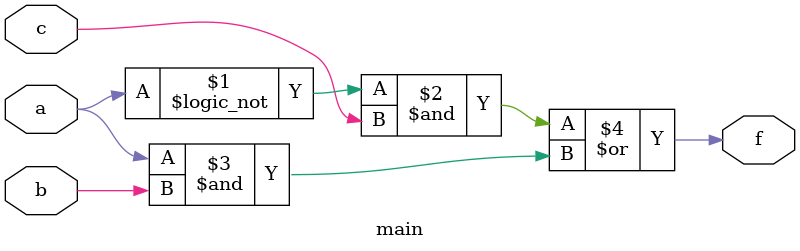
<source format=v>
`timescale 1ns / 1ps


module main(
    input a,
    input b,
    input c,
    output f
    );

	assign f= !a&c | a&b;

endmodule

</source>
